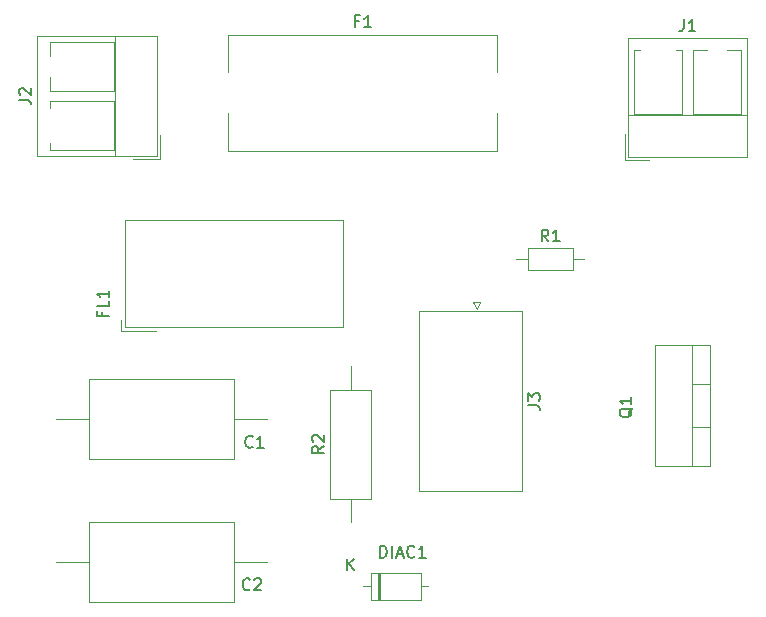
<source format=gbr>
%TF.GenerationSoftware,KiCad,Pcbnew,6.0.7-f9a2dced07~116~ubuntu20.04.1*%
%TF.CreationDate,2022-08-07T22:42:36+01:00*%
%TF.ProjectId,MController,4d436f6e-7472-46f6-9c6c-65722e6b6963,rev?*%
%TF.SameCoordinates,Original*%
%TF.FileFunction,Legend,Top*%
%TF.FilePolarity,Positive*%
%FSLAX46Y46*%
G04 Gerber Fmt 4.6, Leading zero omitted, Abs format (unit mm)*
G04 Created by KiCad (PCBNEW 6.0.7-f9a2dced07~116~ubuntu20.04.1) date 2022-08-07 22:42:36*
%MOMM*%
%LPD*%
G01*
G04 APERTURE LIST*
%ADD10C,0.150000*%
%ADD11C,0.120000*%
G04 APERTURE END LIST*
D10*
%TO.C,R1*%
X130262333Y-68382380D02*
X129929000Y-67906190D01*
X129690904Y-68382380D02*
X129690904Y-67382380D01*
X130071857Y-67382380D01*
X130167095Y-67430000D01*
X130214714Y-67477619D01*
X130262333Y-67572857D01*
X130262333Y-67715714D01*
X130214714Y-67810952D01*
X130167095Y-67858571D01*
X130071857Y-67906190D01*
X129690904Y-67906190D01*
X131214714Y-68382380D02*
X130643285Y-68382380D01*
X130929000Y-68382380D02*
X130929000Y-67382380D01*
X130833761Y-67525238D01*
X130738523Y-67620476D01*
X130643285Y-67668095D01*
%TO.C,Q1*%
X137377419Y-82492838D02*
X137329800Y-82588076D01*
X137234561Y-82683314D01*
X137091704Y-82826171D01*
X137044085Y-82921409D01*
X137044085Y-83016647D01*
X137282180Y-82969028D02*
X137234561Y-83064266D01*
X137139323Y-83159504D01*
X136948847Y-83207123D01*
X136615514Y-83207123D01*
X136425038Y-83159504D01*
X136329800Y-83064266D01*
X136282180Y-82969028D01*
X136282180Y-82778552D01*
X136329800Y-82683314D01*
X136425038Y-82588076D01*
X136615514Y-82540457D01*
X136948847Y-82540457D01*
X137139323Y-82588076D01*
X137234561Y-82683314D01*
X137282180Y-82778552D01*
X137282180Y-82969028D01*
X137282180Y-81588076D02*
X137282180Y-82159504D01*
X137282180Y-81873790D02*
X136282180Y-81873790D01*
X136425038Y-81969028D01*
X136520276Y-82064266D01*
X136567895Y-82159504D01*
%TO.C,F1*%
X114193066Y-49706971D02*
X113859733Y-49706971D01*
X113859733Y-50230780D02*
X113859733Y-49230780D01*
X114335923Y-49230780D01*
X115240685Y-50230780D02*
X114669257Y-50230780D01*
X114954971Y-50230780D02*
X114954971Y-49230780D01*
X114859733Y-49373638D01*
X114764495Y-49468876D01*
X114669257Y-49516495D01*
%TO.C,R2*%
X111244980Y-85713866D02*
X110768790Y-86047200D01*
X111244980Y-86285295D02*
X110244980Y-86285295D01*
X110244980Y-85904342D01*
X110292600Y-85809104D01*
X110340219Y-85761485D01*
X110435457Y-85713866D01*
X110578314Y-85713866D01*
X110673552Y-85761485D01*
X110721171Y-85809104D01*
X110768790Y-85904342D01*
X110768790Y-86285295D01*
X110340219Y-85332914D02*
X110292600Y-85285295D01*
X110244980Y-85190057D01*
X110244980Y-84951961D01*
X110292600Y-84856723D01*
X110340219Y-84809104D01*
X110435457Y-84761485D01*
X110530695Y-84761485D01*
X110673552Y-84809104D01*
X111244980Y-85380533D01*
X111244980Y-84761485D01*
%TO.C,J3*%
X128532980Y-82248333D02*
X129247266Y-82248333D01*
X129390123Y-82295952D01*
X129485361Y-82391190D01*
X129532980Y-82534047D01*
X129532980Y-82629285D01*
X128532980Y-81867380D02*
X128532980Y-81248333D01*
X128913933Y-81581666D01*
X128913933Y-81438809D01*
X128961552Y-81343571D01*
X129009171Y-81295952D01*
X129104409Y-81248333D01*
X129342504Y-81248333D01*
X129437742Y-81295952D01*
X129485361Y-81343571D01*
X129532980Y-81438809D01*
X129532980Y-81724523D01*
X129485361Y-81819761D01*
X129437742Y-81867380D01*
%TO.C,J1*%
X141703466Y-49577180D02*
X141703466Y-50291466D01*
X141655847Y-50434323D01*
X141560609Y-50529561D01*
X141417752Y-50577180D01*
X141322514Y-50577180D01*
X142703466Y-50577180D02*
X142132038Y-50577180D01*
X142417752Y-50577180D02*
X142417752Y-49577180D01*
X142322514Y-49720038D01*
X142227276Y-49815276D01*
X142132038Y-49862895D01*
%TO.C,FL1*%
X92501471Y-74392595D02*
X92501471Y-74725928D01*
X93025280Y-74725928D02*
X92025280Y-74725928D01*
X92025280Y-74249738D01*
X93025280Y-73392595D02*
X93025280Y-73868785D01*
X92025280Y-73868785D01*
X93025280Y-72535452D02*
X93025280Y-73106880D01*
X93025280Y-72821166D02*
X92025280Y-72821166D01*
X92168138Y-72916404D01*
X92263376Y-73011642D01*
X92310995Y-73106880D01*
%TO.C,DIAC1*%
X116002038Y-95143580D02*
X116002038Y-94143580D01*
X116240133Y-94143580D01*
X116382990Y-94191200D01*
X116478228Y-94286438D01*
X116525847Y-94381676D01*
X116573466Y-94572152D01*
X116573466Y-94715009D01*
X116525847Y-94905485D01*
X116478228Y-95000723D01*
X116382990Y-95095961D01*
X116240133Y-95143580D01*
X116002038Y-95143580D01*
X117002038Y-95143580D02*
X117002038Y-94143580D01*
X117430609Y-94857866D02*
X117906800Y-94857866D01*
X117335371Y-95143580D02*
X117668704Y-94143580D01*
X118002038Y-95143580D01*
X118906800Y-95048342D02*
X118859180Y-95095961D01*
X118716323Y-95143580D01*
X118621085Y-95143580D01*
X118478228Y-95095961D01*
X118382990Y-95000723D01*
X118335371Y-94905485D01*
X118287752Y-94715009D01*
X118287752Y-94572152D01*
X118335371Y-94381676D01*
X118382990Y-94286438D01*
X118478228Y-94191200D01*
X118621085Y-94143580D01*
X118716323Y-94143580D01*
X118859180Y-94191200D01*
X118906800Y-94238819D01*
X119859180Y-95143580D02*
X119287752Y-95143580D01*
X119573466Y-95143580D02*
X119573466Y-94143580D01*
X119478228Y-94286438D01*
X119382990Y-94381676D01*
X119287752Y-94429295D01*
X113250695Y-96239180D02*
X113250695Y-95239180D01*
X113822123Y-96239180D02*
X113393552Y-95667752D01*
X113822123Y-95239180D02*
X113250695Y-95810609D01*
%TO.C,J2*%
X85449580Y-56405733D02*
X86163866Y-56405733D01*
X86306723Y-56453352D01*
X86401961Y-56548590D01*
X86449580Y-56691447D01*
X86449580Y-56786685D01*
X85544819Y-55977161D02*
X85497200Y-55929542D01*
X85449580Y-55834304D01*
X85449580Y-55596209D01*
X85497200Y-55500971D01*
X85544819Y-55453352D01*
X85640057Y-55405733D01*
X85735295Y-55405733D01*
X85878152Y-55453352D01*
X86449580Y-56024780D01*
X86449580Y-55405733D01*
%TO.C,C2*%
X104989333Y-97816942D02*
X104941714Y-97864561D01*
X104798857Y-97912180D01*
X104703619Y-97912180D01*
X104560761Y-97864561D01*
X104465523Y-97769323D01*
X104417904Y-97674085D01*
X104370285Y-97483609D01*
X104370285Y-97340752D01*
X104417904Y-97150276D01*
X104465523Y-97055038D01*
X104560761Y-96959800D01*
X104703619Y-96912180D01*
X104798857Y-96912180D01*
X104941714Y-96959800D01*
X104989333Y-97007419D01*
X105370285Y-97007419D02*
X105417904Y-96959800D01*
X105513142Y-96912180D01*
X105751238Y-96912180D01*
X105846476Y-96959800D01*
X105894095Y-97007419D01*
X105941714Y-97102657D01*
X105941714Y-97197895D01*
X105894095Y-97340752D01*
X105322666Y-97912180D01*
X105941714Y-97912180D01*
%TO.C,C1*%
X105217933Y-85751942D02*
X105170314Y-85799561D01*
X105027457Y-85847180D01*
X104932219Y-85847180D01*
X104789361Y-85799561D01*
X104694123Y-85704323D01*
X104646504Y-85609085D01*
X104598885Y-85418609D01*
X104598885Y-85275752D01*
X104646504Y-85085276D01*
X104694123Y-84990038D01*
X104789361Y-84894800D01*
X104932219Y-84847180D01*
X105027457Y-84847180D01*
X105170314Y-84894800D01*
X105217933Y-84942419D01*
X106170314Y-85847180D02*
X105598885Y-85847180D01*
X105884600Y-85847180D02*
X105884600Y-84847180D01*
X105789361Y-84990038D01*
X105694123Y-85085276D01*
X105598885Y-85132895D01*
D11*
%TO.C,R1*%
X127559000Y-69850000D02*
X128509000Y-69850000D01*
X128509000Y-70770000D02*
X132349000Y-70770000D01*
X132349000Y-68930000D02*
X128509000Y-68930000D01*
X128509000Y-68930000D02*
X128509000Y-70770000D01*
X132349000Y-70770000D02*
X132349000Y-68930000D01*
X133299000Y-69850000D02*
X132349000Y-69850000D01*
%TO.C,Q1*%
X139268800Y-77150600D02*
X139268800Y-87390600D01*
X143909800Y-80420600D02*
X142399800Y-80420600D01*
X143909800Y-77150600D02*
X139268800Y-77150600D01*
X143909800Y-84121600D02*
X142399800Y-84121600D01*
X143909800Y-87390600D02*
X139268800Y-87390600D01*
X143909800Y-77150600D02*
X143909800Y-87390600D01*
X142399800Y-77150600D02*
X142399800Y-87390600D01*
%TO.C,F1*%
X125886400Y-54028400D02*
X125886400Y-50868400D01*
X103166400Y-60688400D02*
X125886400Y-60688400D01*
X125886400Y-60688400D02*
X125886400Y-57528400D01*
X103166400Y-50868400D02*
X125886400Y-50868400D01*
X103166400Y-60688400D02*
X103166400Y-57528400D01*
X103166400Y-54028400D02*
X103166400Y-50868400D01*
%TO.C,R2*%
X113512600Y-78967200D02*
X113512600Y-80927200D01*
X115232600Y-80927200D02*
X111792600Y-80927200D01*
X111792600Y-90167200D02*
X115232600Y-90167200D01*
X115232600Y-90167200D02*
X115232600Y-80927200D01*
X113512600Y-92127200D02*
X113512600Y-90167200D01*
X111792600Y-80927200D02*
X111792600Y-90167200D01*
%TO.C,J3*%
X119270600Y-89525000D02*
X127990600Y-89525000D01*
X124180600Y-74105000D02*
X123880600Y-73505000D01*
X124480600Y-73505000D02*
X124180600Y-74105000D01*
X123880600Y-73505000D02*
X124480600Y-73505000D01*
X119270600Y-74305000D02*
X119270600Y-89525000D01*
X127990600Y-74305000D02*
X119270600Y-74305000D01*
X127990600Y-89525000D02*
X127990600Y-74305000D01*
%TO.C,J1*%
X146586800Y-52184800D02*
X146586800Y-57584800D01*
X137486800Y-52184800D02*
X138046800Y-52184800D01*
X136976800Y-51124800D02*
X147096800Y-51124800D01*
X141026800Y-52184800D02*
X141586800Y-52184800D01*
X136976800Y-61244800D02*
X147096800Y-61244800D01*
X136976800Y-57684800D02*
X147096800Y-57684800D01*
X142486800Y-52184800D02*
X142486800Y-57584800D01*
X136736800Y-59244800D02*
X136736800Y-61484800D01*
X137486800Y-52184800D02*
X137486800Y-57584800D01*
X136976800Y-51124800D02*
X136976800Y-61244800D01*
X147096800Y-51124800D02*
X147096800Y-61244800D01*
X141586800Y-52184800D02*
X141586800Y-57584800D01*
X137486800Y-57584800D02*
X141586800Y-57584800D01*
X142486800Y-57584800D02*
X146586800Y-57584800D01*
X142486800Y-52184800D02*
X143653800Y-52184800D01*
X145420800Y-52184800D02*
X146586800Y-52184800D01*
X136736800Y-61484800D02*
X138736800Y-61484800D01*
%TO.C,FL1*%
X94072900Y-76004500D02*
X97072900Y-76004500D01*
X94452900Y-66584500D02*
X112892900Y-66584500D01*
X94072900Y-76004500D02*
X94072900Y-75004500D01*
X112892900Y-66584500D02*
X112892900Y-75624500D01*
X94452900Y-75624500D02*
X94452900Y-66584500D01*
X112892900Y-75624500D02*
X94452900Y-75624500D01*
%TO.C,DIAC1*%
X120092600Y-97586800D02*
X119442600Y-97586800D01*
X114552600Y-97586800D02*
X115202600Y-97586800D01*
X115802600Y-96466800D02*
X115802600Y-98706800D01*
X115202600Y-96466800D02*
X115202600Y-98706800D01*
X116042600Y-96466800D02*
X116042600Y-98706800D01*
X115922600Y-96466800D02*
X115922600Y-98706800D01*
X119442600Y-96466800D02*
X115202600Y-96466800D01*
X115202600Y-98706800D02*
X119442600Y-98706800D01*
X119442600Y-98706800D02*
X119442600Y-96466800D01*
%TO.C,J2*%
X88057200Y-56522400D02*
X93457200Y-56522400D01*
X97357200Y-61372400D02*
X97357200Y-59372400D01*
X86997200Y-51012400D02*
X97117200Y-51012400D01*
X88057200Y-55622400D02*
X88057200Y-54455400D01*
X93457200Y-60622400D02*
X93457200Y-56522400D01*
X88057200Y-51522400D02*
X93457200Y-51522400D01*
X88057200Y-57082400D02*
X88057200Y-56522400D01*
X86997200Y-61132400D02*
X97117200Y-61132400D01*
X88057200Y-52688400D02*
X88057200Y-51522400D01*
X88057200Y-60622400D02*
X93457200Y-60622400D01*
X86997200Y-61132400D02*
X86997200Y-51012400D01*
X97117200Y-61132400D02*
X97117200Y-51012400D01*
X95117200Y-61372400D02*
X97357200Y-61372400D01*
X88057200Y-55622400D02*
X93457200Y-55622400D01*
X93457200Y-55622400D02*
X93457200Y-51522400D01*
X88057200Y-60622400D02*
X88057200Y-60062400D01*
X93557200Y-61132400D02*
X93557200Y-51012400D01*
%TO.C,C2*%
X91390600Y-92134000D02*
X91390600Y-98874000D01*
X103630600Y-98874000D02*
X103630600Y-92134000D01*
X88550600Y-95504000D02*
X91390600Y-95504000D01*
X103630600Y-92134000D02*
X91390600Y-92134000D01*
X106470600Y-95504000D02*
X103630600Y-95504000D01*
X91390600Y-98874000D02*
X103630600Y-98874000D01*
%TO.C,C1*%
X103630600Y-80069000D02*
X91390600Y-80069000D01*
X91390600Y-86809000D02*
X103630600Y-86809000D01*
X103630600Y-86809000D02*
X103630600Y-80069000D01*
X106470600Y-83439000D02*
X103630600Y-83439000D01*
X88550600Y-83439000D02*
X91390600Y-83439000D01*
X91390600Y-80069000D02*
X91390600Y-86809000D01*
%TD*%
M02*

</source>
